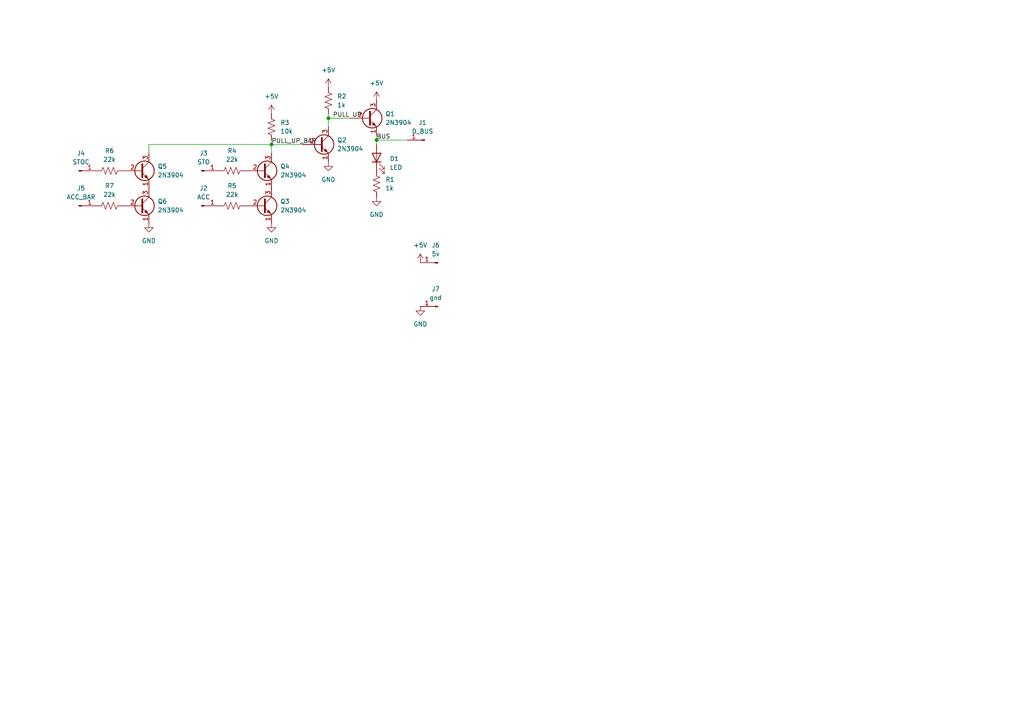
<source format=kicad_sch>
(kicad_sch (version 20230121) (generator eeschema)
  (paper "A4")
  (lib_symbols
    (symbol "Connector:Conn_01x01_Pin" (pin_names (offset 1.016) hide)
      (property "Reference" "J" (at 0 2.54 0))
      (property "Value" "Conn_01x01_Pin" (at 0 -2.54 0))
      (symbol "Conn_01x01_Pin_1_1"
        (polyline (pts (xy 1.27 0) (xy 0.8636 0)) (stroke (width 0.1524)))
        (rectangle (start 0.8636 0.127) (end 0 -0.127) (stroke (width 0.1524)) (fill (type outline)))
        (pin passive line (at 5.08 0 180) (length 3.81) (name "Pin_1") (number "1"))
      )
    )
    (symbol "Device:LED" (pin_numbers hide) (pin_names (offset 1.016) hide)
      (property "Reference" "D" (at 0 2.54 0))
      (property "Value" "LED" (at 0 -2.54 0))
      (symbol "LED_0_1"
        (polyline (pts (xy -1.27 -1.27) (xy -1.27 1.27)) (stroke (width 0.254)))
        (polyline (pts (xy -1.27 0) (xy 1.27 0)))
        (polyline (pts (xy 1.27 -1.27) (xy 1.27 1.27) (xy -1.27 0) (xy 1.27 -1.27)) (stroke (width 0.254)))
        (polyline (pts (xy -3.048 -0.762) (xy -4.572 -2.286) (xy -3.81 -2.286) (xy -4.572 -2.286) (xy -4.572 -1.524)))
        (polyline (pts (xy -1.778 -0.762) (xy -3.302 -2.286) (xy -2.54 -2.286) (xy -3.302 -2.286) (xy -3.302 -1.524)))
      )
      (symbol "LED_1_1"
        (pin passive line (at -3.81 0 0) (length 2.54) (name "K") (number "1"))
        (pin passive line (at 3.81 0 180) (length 2.54) (name "A") (number "2"))
      )
    )
    (symbol "Device:R_US" (pin_numbers hide) (pin_names (offset 0))
      (property "Reference" "R" (at 2.54 0 90))
      (property "Value" "R_US" (at -2.54 0 90))
      (symbol "R_US_0_1"
        (polyline (pts (xy 0 -2.286) (xy 0 -2.54)))
        (polyline (pts (xy 0 2.286) (xy 0 2.54)))
        (polyline (pts (xy 0 -0.762) (xy 1.016 -1.143) (xy 0 -1.524) (xy -1.016 -1.905) (xy 0 -2.286)))
        (polyline (pts (xy 0 0.762) (xy 1.016 0.381) (xy 0 0) (xy -1.016 -0.381) (xy 0 -0.762)))
        (polyline (pts (xy 0 2.286) (xy 1.016 1.905) (xy 0 1.524) (xy -1.016 1.143) (xy 0 0.762)))
      )
      (symbol "R_US_1_1"
        (pin passive line (at 0 3.81 270) (length 1.27) (name "~") (number "1"))
        (pin passive line (at 0 -3.81 90) (length 1.27) (name "~") (number "2"))
      )
    )
    (symbol "Transistor_BJT:2N3904" (pin_names (offset 0) hide)
      (property "Reference" "Q" (at 5.08 1.905 0))
      (property "Value" "2N3904" (at 5.08 0 0))
      (symbol "2N3904_0_1"
        (polyline (pts (xy 0.635 0.635) (xy 2.54 2.54)))
        (polyline (pts (xy 0.635 -0.635) (xy 2.54 -2.54) (xy 2.54 -2.54)))
        (polyline (pts (xy 0.635 1.905) (xy 0.635 -1.905) (xy 0.635 -1.905)) (stroke (width 0.508)))
        (polyline (pts (xy 1.27 -1.778) (xy 1.778 -1.27) (xy 2.286 -2.286) (xy 1.27 -1.778) (xy 1.27 -1.778)) (fill (type outline)))
        (circle (center 1.27 0) (radius 2.8194) (stroke (width 0.254)))
      )
      (symbol "2N3904_1_1"
        (pin passive line (at 2.54 -5.08 90) (length 2.54) (name "E") (number "1"))
        (pin passive line (at -5.08 0 0) (length 5.715) (name "B") (number "2"))
        (pin passive line (at 2.54 5.08 270) (length 2.54) (name "C") (number "3"))
      )
    )
    (symbol "power:+5V" (power) (pin_names (offset 0))
      (property "Value" "+5V" (at 0 3.556 0))
      (symbol "+5V_0_1"
        (polyline (pts (xy -0.762 1.27) (xy 0 2.54)))
        (polyline (pts (xy 0 0) (xy 0 2.54)))
        (polyline (pts (xy 0 2.54) (xy 0.762 1.27)))
      )
      (symbol "+5V_1_1"
        (pin power_in line (at 0 0 90) (length 0) hide (name "+5V") (number "1"))
      )
    )
    (symbol "power:GND" (power) (pin_names (offset 0))
      (property "Value" "GND" (at 0 -3.81 0))
      (symbol "GND_0_1"
        (polyline (pts (xy 0 0) (xy 0 -1.27) (xy 1.27 -1.27) (xy 0 -2.54) (xy -1.27 -1.27) (xy 0 -1.27)))
      )
      (symbol "GND_1_1"
        (pin power_in line (at 0 0 270) (length 0) hide (name "GND") (number "1"))
      )
    )
  )
  (junction (at 109.22 40.64))
  (junction (at 95.25 34.29))
  (junction (at 78.74 41.91))
  (wire (pts (xy 78.74 40.64) (xy 78.74 41.91)))
  (wire (pts (xy 95.25 33.02) (xy 95.25 34.29)))
  (wire (pts (xy 95.25 36.83) (xy 95.25 34.29)))
  (wire (pts (xy 43.18 44.45) (xy 43.18 41.91)))
  (wire (pts (xy 109.22 40.64) (xy 109.22 41.91)))
  (wire (pts (xy 78.74 41.91) (xy 87.63 41.91)))
  (wire (pts (xy 43.18 41.91) (xy 78.74 41.91)))
  (wire (pts (xy 95.25 34.29) (xy 101.6 34.29)))
  (wire (pts (xy 118.11 40.64) (xy 109.22 40.64)))
  (wire (pts (xy 78.74 44.45) (xy 78.74 41.91)))
  (wire (pts (xy 109.22 40.64) (xy 109.22 39.37)))
  (label "PULL UP" (at 96.52 34.29 0))
  (label "PULL_UP_BAR" (at 78.74 41.91 0))
  (label "BUS" (at 109.22 40.64 0))
  (symbol (lib_id "Transistor_BJT:2N3904") (at 40.64 59.69 0) (unit 1)
    (property "Reference" "Q6" (at 45.72 58.42 0) (effects (justify left)))
    (property "Value" "2N3904" (at 45.72 60.96 0) (effects (justify left)))
    (property "Footprint" "Package_TO_SOT_THT:TO-92_Inline_Wide" (effects hide))
    (property "Datasheet" "https://www.onsemi.com/pub/Collateral/2N3903-D.PDF" (effects hide))
  )
  (symbol (lib_id "Device:R_US") (at 109.22 53.34 0) (unit 1)
    (property "Reference" "R1" (at 111.76 52.07 0) (effects (justify left)))
    (property "Value" "1k" (at 111.76 54.61 0) (effects (justify left)))
    (property "Footprint" "Resistor_THT:R_Axial_DIN0204_L3.6mm_D1.6mm_P7.62mm_Horizontal" (effects hide))
  )
  (symbol (lib_id "Connector:Conn_01x01_Pin") (at 22.86 49.53 0) (unit 1)
    (property "Reference" "J4" (at 23.495 44.45 0))
    (property "Value" "STOC" (at 23.495 46.99 0))
    (property "Footprint" "Connector_PinHeader_2.54mm:PinHeader_1x01_P2.54mm_Vertical" (effects hide))
  )
  (symbol (lib_id "Connector:Conn_01x01_Pin") (at 58.42 49.53 0) (unit 1)
    (property "Reference" "J3" (at 59.055 44.45 0))
    (property "Value" "STO" (at 59.055 46.99 0))
    (property "Footprint" "Connector_PinHeader_2.54mm:PinHeader_1x01_P2.54mm_Vertical" (effects hide))
  )
  (symbol (lib_id "Connector:Conn_01x01_Pin") (at 127 88.9 180) (unit 1)
    (property "Reference" "J7" (at 126.365 83.82 0))
    (property "Value" "gnd" (at 126.365 86.36 0))
    (property "Footprint" "Connector_PinHeader_2.54mm:PinHeader_1x01_P2.54mm_Vertical" (effects hide))
  )
  (symbol (lib_id "power:GND") (at 95.25 46.99 0) (unit 1)
    (property "Reference" "#PWR04" (effects hide))
    (property "Value" "GND" (at 95.25 52.07 0))
  )
  (symbol (lib_id "Connector:Conn_01x01_Pin") (at 58.42 59.69 0) (unit 1)
    (property "Reference" "J2" (at 59.055 54.61 0))
    (property "Value" "ACC" (at 59.055 57.15 0))
    (property "Footprint" "Connector_PinHeader_2.54mm:PinHeader_1x01_P2.54mm_Vertical" (effects hide))
  )
  (symbol (lib_id "power:GND") (at 109.22 57.15 0) (unit 1)
    (property "Reference" "#PWR02" (effects hide))
    (property "Value" "GND" (at 109.22 62.23 0))
  )
  (symbol (lib_id "power:GND") (at 121.92 88.9 0) (unit 1)
    (property "Reference" "#PWR09" (effects hide))
    (property "Value" "GND" (at 121.92 93.98 0))
  )
  (symbol (lib_id "power:+5V") (at 121.92 76.2 0) (unit 1)
    (property "Reference" "#PWR08" (effects hide))
    (property "Value" "+5V" (at 121.92 71.12 0))
  )
  (symbol (lib_id "power:+5V") (at 95.25 25.4 0) (unit 1)
    (property "Reference" "#PWR03" (effects hide))
    (property "Value" "+5V" (at 95.25 20.32 0))
  )
  (symbol (lib_id "Device:R_US") (at 31.75 59.69 90) (unit 1)
    (property "Reference" "R7" (at 31.75 53.8914 90))
    (property "Value" "22k" (at 31.75 56.4314 90))
    (property "Footprint" "Resistor_THT:R_Axial_DIN0204_L3.6mm_D1.6mm_P7.62mm_Horizontal" (effects hide))
  )
  (symbol (lib_id "Connector:Conn_01x01_Pin") (at 22.86 59.69 0) (unit 1)
    (property "Reference" "J5" (at 23.495 54.61 0))
    (property "Value" "ACC_BAR" (at 23.495 57.15 0))
    (property "Footprint" "Connector_PinHeader_2.54mm:PinHeader_1x01_P2.54mm_Vertical" (effects hide))
  )
  (symbol (lib_id "Transistor_BJT:2N3904") (at 40.64 49.53 0) (unit 1)
    (property "Reference" "Q5" (at 45.72 48.26 0) (effects (justify left)))
    (property "Value" "2N3904" (at 45.72 50.8 0) (effects (justify left)))
    (property "Footprint" "Package_TO_SOT_THT:TO-92_Inline_Wide" (effects hide))
    (property "Datasheet" "https://www.onsemi.com/pub/Collateral/2N3903-D.PDF" (effects hide))
  )
  (symbol (lib_id "Transistor_BJT:2N3904") (at 76.2 49.53 0) (unit 1)
    (property "Reference" "Q4" (at 81.28 48.26 0) (effects (justify left)))
    (property "Value" "2N3904" (at 81.28 50.8 0) (effects (justify left)))
    (property "Footprint" "Package_TO_SOT_THT:TO-92_Inline_Wide" (effects hide))
    (property "Datasheet" "https://www.onsemi.com/pub/Collateral/2N3903-D.PDF" (effects hide))
  )
  (symbol (lib_id "Transistor_BJT:2N3904") (at 76.2 59.69 0) (unit 1)
    (property "Reference" "Q3" (at 81.28 58.42 0) (effects (justify left)))
    (property "Value" "2N3904" (at 81.28 60.96 0) (effects (justify left)))
    (property "Footprint" "Package_TO_SOT_THT:TO-92_Inline_Wide" (effects hide))
    (property "Datasheet" "https://www.onsemi.com/pub/Collateral/2N3903-D.PDF" (effects hide))
  )
  (symbol (lib_id "power:+5V") (at 109.22 29.21 0) (unit 1)
    (property "Reference" "#PWR01" (effects hide))
    (property "Value" "+5V" (at 109.22 24.13 0))
  )
  (symbol (lib_id "Device:R_US") (at 67.31 59.69 90) (unit 1)
    (property "Reference" "R5" (at 67.31 53.8914 90))
    (property "Value" "22k" (at 67.31 56.4314 90))
    (property "Footprint" "Resistor_THT:R_Axial_DIN0204_L3.6mm_D1.6mm_P7.62mm_Horizontal" (effects hide))
  )
  (symbol (lib_id "Transistor_BJT:2N3904") (at 106.68 34.29 0) (unit 1)
    (property "Reference" "Q1" (at 111.76 33.02 0) (effects (justify left)))
    (property "Value" "2N3904" (at 111.76 35.56 0) (effects (justify left)))
    (property "Footprint" "Package_TO_SOT_THT:TO-92_Inline_Wide" (effects hide))
    (property "Datasheet" "https://www.onsemi.com/pub/Collateral/2N3903-D.PDF" (effects hide))
  )
  (symbol (lib_id "Device:R_US") (at 31.75 49.53 90) (unit 1)
    (property "Reference" "R6" (at 31.75 43.7314 90))
    (property "Value" "22k" (at 31.75 46.2714 90))
    (property "Footprint" "Resistor_THT:R_Axial_DIN0204_L3.6mm_D1.6mm_P7.62mm_Horizontal" (effects hide))
  )
  (symbol (lib_id "power:+5V") (at 78.74 33.02 0) (unit 1)
    (property "Reference" "#PWR05" (effects hide))
    (property "Value" "+5V" (at 78.74 27.94 0))
  )
  (symbol (lib_id "Connector:Conn_01x01_Pin") (at 127 76.2 180) (unit 1)
    (property "Reference" "J6" (at 126.365 71.12 0))
    (property "Value" "5v" (at 126.365 73.66 0))
    (property "Footprint" "Connector_PinHeader_2.54mm:PinHeader_1x01_P2.54mm_Vertical" (effects hide))
  )
  (symbol (lib_id "Device:R_US") (at 95.25 29.21 0) (unit 1)
    (property "Reference" "R2" (at 97.79 27.94 0) (effects (justify left)))
    (property "Value" "1k" (at 97.79 30.48 0) (effects (justify left)))
    (property "Footprint" "Resistor_THT:R_Axial_DIN0204_L3.6mm_D1.6mm_P7.62mm_Horizontal" (effects hide))
  )
  (symbol (lib_id "Device:R_US") (at 78.74 36.83 0) (unit 1)
    (property "Reference" "R3" (at 81.28 35.56 0) (effects (justify left)))
    (property "Value" "10k" (at 81.28 38.1 0) (effects (justify left)))
    (property "Footprint" "Resistor_THT:R_Axial_DIN0204_L3.6mm_D1.6mm_P7.62mm_Horizontal" (effects hide))
  )
  (symbol (lib_id "Transistor_BJT:2N3904") (at 92.71 41.91 0) (unit 1)
    (property "Reference" "Q2" (at 97.79 40.64 0) (effects (justify left)))
    (property "Value" "2N3904" (at 97.79 43.18 0) (effects (justify left)))
    (property "Footprint" "Package_TO_SOT_THT:TO-92_Inline_Wide" (effects hide))
    (property "Datasheet" "https://www.onsemi.com/pub/Collateral/2N3903-D.PDF" (effects hide))
  )
  (symbol (lib_id "Device:LED") (at 109.22 45.72 90) (unit 1)
    (property "Reference" "D1" (at 113.03 46.0375 90) (effects (justify right)))
    (property "Value" "LED" (at 113.03 48.5775 90) (effects (justify right)))
    (property "Footprint" "LED_THT:LED_D3.0mm" (effects hide))
  )
  (symbol (lib_id "Connector:Conn_01x01_Pin") (at 123.19 40.64 180) (unit 1)
    (property "Reference" "J1" (at 122.555 35.56 0))
    (property "Value" "D_BUS" (at 122.555 38.1 0))
    (property "Footprint" "Connector_PinHeader_2.54mm:PinHeader_1x01_P2.54mm_Vertical" (effects hide))
  )
  (symbol (lib_id "power:GND") (at 43.18 64.77 0) (unit 1)
    (property "Reference" "#PWR07" (effects hide))
    (property "Value" "GND" (at 43.18 69.85 0))
  )
  (symbol (lib_id "Device:R_US") (at 67.31 49.53 90) (unit 1)
    (property "Reference" "R4" (at 67.31 43.7314 90))
    (property "Value" "22k" (at 67.31 46.2714 90))
    (property "Footprint" "Resistor_THT:R_Axial_DIN0204_L3.6mm_D1.6mm_P7.62mm_Horizontal" (effects hide))
  )
  (symbol (lib_id "power:GND") (at 78.74 64.77 0) (unit 1)
    (property "Reference" "#PWR06" (effects hide))
    (property "Value" "GND" (at 78.74 69.85 0))
  )
)
</source>
